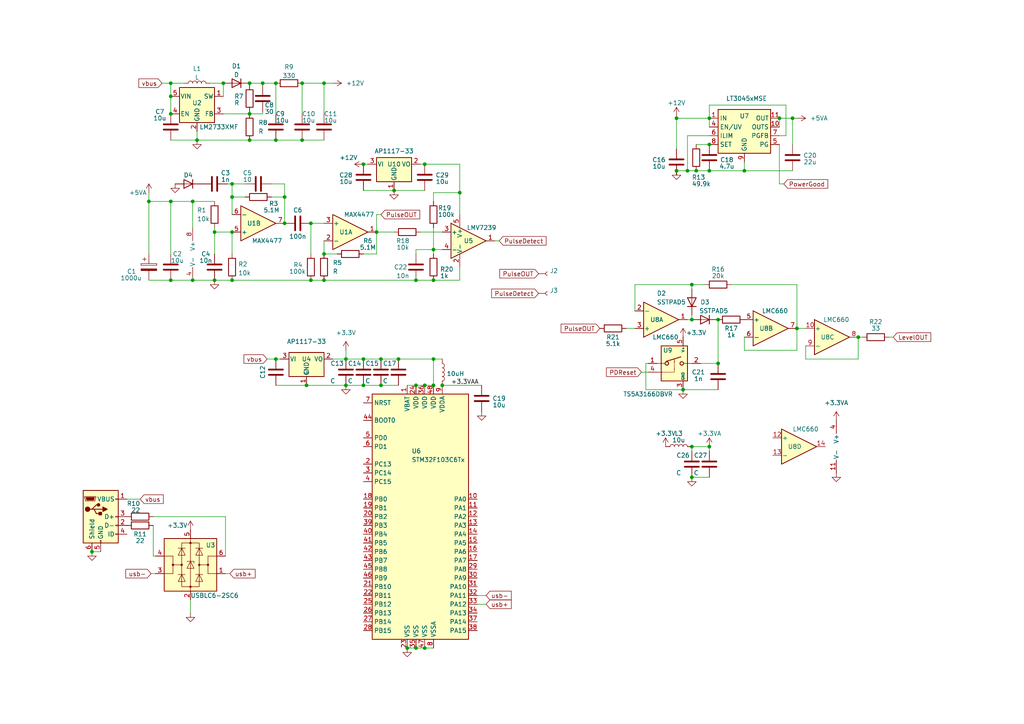
<source format=kicad_sch>
(kicad_sch (version 20211123) (generator eeschema)
  (paper "A4")
  (lib_symbols
    (symbol "Amplifier_Operational:AD8676xR" (pin_names (offset 0.127))
      (property "Reference" "U" (at 2.54 6.35 0))
      (property "Value" "AD8676xR" (at 2.54 3.81 0))
      (symbol "AD8676xR_1_1"
        (pin output line (at 7.62 0 180) (length 2.54) (name "~") (number "1"))
        (pin input line (at -7.62 -2.54 0) (length 2.54) (name "-") (number "2"))
        (pin input line (at -7.62 2.54 0) (length 2.54) (name "+") (number "3"))
      )
      (symbol "AD8676xR_2_1"
        (pin input line (at -7.62 2.54 0) (length 2.54) (name "+") (number "5"))
        (pin input line (at -7.62 -2.54 0) (length 2.54) (name "-") (number "6"))
        (pin output line (at 7.62 0 180) (length 2.54) (name "~") (number "7"))
      )
      (symbol "AD8676xR_3_1"
        (pin power_in line (at 0 -7.62 90) (length 3.81) (name "V-") (number "4"))
        (pin power_in line (at 0 7.62 270) (length 3.81) (name "V+") (number "8"))
      )
    )
    (symbol "Amplifier_Operational:LMC6484" (pin_names (offset 0.127))
      (property "Reference" "U" (at 0 5.08 0))
      (property "Value" "LMC6484" (at 0 -5.08 0))
      (symbol "LMC6484_1_1"
        (pin output line (at 7.62 0 180) (length 2.54) (name "~") (number "1"))
        (pin input line (at -7.62 -2.54 0) (length 2.54) (name "-") (number "2"))
        (pin input line (at -7.62 2.54 0) (length 2.54) (name "+") (number "3"))
      )
      (symbol "LMC6484_2_1"
        (pin input line (at -7.62 2.54 0) (length 2.54) (name "+") (number "5"))
        (pin input line (at -7.62 -2.54 0) (length 2.54) (name "-") (number "6"))
        (pin output line (at 7.62 0 180) (length 2.54) (name "~") (number "7"))
      )
      (symbol "LMC6484_3_1"
        (pin input line (at -7.62 2.54 0) (length 2.54) (name "+") (number "10"))
        (pin output line (at 7.62 0 180) (length 2.54) (name "~") (number "8"))
        (pin input line (at -7.62 -2.54 0) (length 2.54) (name "-") (number "9"))
      )
      (symbol "LMC6484_4_1"
        (pin input line (at -7.62 2.54 0) (length 2.54) (name "+") (number "12"))
        (pin input line (at -7.62 -2.54 0) (length 2.54) (name "-") (number "13"))
        (pin output line (at 7.62 0 180) (length 2.54) (name "~") (number "14"))
      )
      (symbol "LMC6484_5_1"
        (pin power_in line (at -2.54 -7.62 90) (length 3.81) (name "V-") (number "11"))
        (pin power_in line (at -2.54 7.62 270) (length 3.81) (name "V+") (number "4"))
      )
    )
    (symbol "Analog_Switch:TS5A3166DBVR" (pin_names (offset 0.127))
      (property "Reference" "U" (at -3.81 6.35 0))
      (property "Value" "TS5A3166DBVR" (at 3.81 -6.35 0))
      (symbol "TS5A3166DBVR_1_1"
        (pin passive line (at -7.62 0 0) (length 2.54) (name "~") (number "1"))
        (pin passive line (at 7.62 0 180) (length 2.54) (name "~") (number "2"))
        (pin power_in line (at 2.54 -7.62 90) (length 2.54) (name "GND") (number "3"))
        (pin input line (at -7.62 -2.54 0) (length 2.54) (name "~") (number "4"))
        (pin power_in line (at 2.54 7.62 270) (length 2.54) (name "V+") (number "5"))
      )
    )
    (symbol "Comparator:LMV7219M5" (pin_names (offset 0.127))
      (property "Reference" "U" (at -1.27 6.35 0))
      (property "Value" "LMV7219M5" (at -1.27 3.81 0))
      (symbol "LMV7219M5_0_1"
        (pin power_in line (at -2.54 -7.62 90) (length 3.81) (name "V-") (number "2"))
        (pin power_in line (at -2.54 7.62 270) (length 3.81) (name "V+") (number "5"))
      )
      (symbol "LMV7219M5_1_1"
        (pin output line (at 7.62 0 180) (length 2.54) (name "~") (number "1"))
        (pin input line (at -7.62 2.54 0) (length 2.54) (name "+") (number "3"))
        (pin input line (at -7.62 -2.54 0) (length 2.54) (name "-") (number "4"))
      )
    )
    (symbol "Connector:USB_B_Micro" (pin_names (offset 1.016))
      (property "Reference" "J" (at -5.08 11.43 0))
      (property "Value" "USB_B_Micro" (at -5.08 8.89 0))
      (symbol "USB_B_Micro_1_1"
        (pin power_out line (at 7.62 5.08 180) (length 2.54) (name "VBUS") (number "1"))
        (pin bidirectional line (at 7.62 -2.54 180) (length 2.54) (name "D-") (number "2"))
        (pin bidirectional line (at 7.62 0 180) (length 2.54) (name "D+") (number "3"))
        (pin passive line (at 7.62 -5.08 180) (length 2.54) (name "ID") (number "4"))
        (pin power_out line (at 0 -10.16 90) (length 2.54) (name "GND") (number "5"))
        (pin passive line (at -2.54 -10.16 90) (length 2.54) (name "Shield") (number "6"))
      )
    )
    (symbol "Device:C" (pin_numbers hide) (pin_names (offset 0.254))
      (property "Reference" "C" (at 0.635 2.54 0))
      (property "Value" "C" (at 0.635 -2.54 0))
      (symbol "C_1_1"
        (pin passive line (at 0 3.81 270) (length 2.794) (name "~") (number "1"))
        (pin passive line (at 0 -3.81 90) (length 2.794) (name "~") (number "2"))
      )
    )
    (symbol "Device:C_Polarized" (pin_numbers hide) (pin_names (offset 0.254))
      (property "Reference" "C" (at 0.635 2.54 0))
      (property "Value" "C_Polarized" (at 0.635 -2.54 0))
      (symbol "C_Polarized_1_1"
        (pin passive line (at 0 3.81 270) (length 2.794) (name "~") (number "1"))
        (pin passive line (at 0 -3.81 90) (length 2.794) (name "~") (number "2"))
      )
    )
    (symbol "Device:D" (pin_numbers hide) (pin_names (offset 1.016) hide)
      (property "Reference" "D" (at 0 2.54 0))
      (property "Value" "D" (at 0 -2.54 0))
      (symbol "D_1_1"
        (pin passive line (at -3.81 0 0) (length 2.54) (name "K") (number "1"))
        (pin passive line (at 3.81 0 180) (length 2.54) (name "A") (number "2"))
      )
    )
    (symbol "Device:L" (pin_numbers hide) (pin_names (offset 1.016) hide)
      (property "Reference" "L" (at -1.27 0 90))
      (property "Value" "L" (at 1.905 0 90))
      (symbol "L_1_1"
        (pin passive line (at 0 3.81 270) (length 1.27) (name "1") (number "1"))
        (pin passive line (at 0 -3.81 90) (length 1.27) (name "2") (number "2"))
      )
    )
    (symbol "Device:R" (pin_numbers hide) (pin_names (offset 0))
      (property "Reference" "R" (at 2.032 0 90))
      (property "Value" "R" (at 0 0 90))
      (symbol "R_1_1"
        (pin passive line (at 0 3.81 270) (length 1.27) (name "~") (number "1"))
        (pin passive line (at 0 -3.81 90) (length 1.27) (name "~") (number "2"))
      )
    )
    (symbol "MCU_ST_STM32F1:STM32F103C6Tx"
      (property "Reference" "U" (at -15.24 36.83 0))
      (property "Value" "STM32F103C6Tx" (at 7.62 36.83 0))
      (symbol "STM32F103C6Tx_1_1"
        (pin power_in line (at -5.08 38.1 270) (length 2.54) (name "VBAT") (number "1"))
        (pin bidirectional line (at 15.24 5.08 180) (length 2.54) (name "PA0") (number "10"))
        (pin bidirectional line (at 15.24 2.54 180) (length 2.54) (name "PA1") (number "11"))
        (pin bidirectional line (at 15.24 0 180) (length 2.54) (name "PA2") (number "12"))
        (pin bidirectional line (at 15.24 -2.54 180) (length 2.54) (name "PA3") (number "13"))
        (pin bidirectional line (at 15.24 -5.08 180) (length 2.54) (name "PA4") (number "14"))
        (pin bidirectional line (at 15.24 -7.62 180) (length 2.54) (name "PA5") (number "15"))
        (pin bidirectional line (at 15.24 -10.16 180) (length 2.54) (name "PA6") (number "16"))
        (pin bidirectional line (at 15.24 -12.7 180) (length 2.54) (name "PA7") (number "17"))
        (pin bidirectional line (at -17.78 5.08 0) (length 2.54) (name "PB0") (number "18"))
        (pin bidirectional line (at -17.78 2.54 0) (length 2.54) (name "PB1") (number "19"))
        (pin bidirectional line (at -17.78 15.24 0) (length 2.54) (name "PC13") (number "2"))
        (pin bidirectional line (at -17.78 0 0) (length 2.54) (name "PB2") (number "20"))
        (pin bidirectional line (at -17.78 -20.32 0) (length 2.54) (name "PB10") (number "21"))
        (pin bidirectional line (at -17.78 -22.86 0) (length 2.54) (name "PB11") (number "22"))
        (pin power_in line (at -5.08 -38.1 90) (length 2.54) (name "VSS") (number "23"))
        (pin power_in line (at -2.54 38.1 270) (length 2.54) (name "VDD") (number "24"))
        (pin bidirectional line (at -17.78 -25.4 0) (length 2.54) (name "PB12") (number "25"))
        (pin bidirectional line (at -17.78 -27.94 0) (length 2.54) (name "PB13") (number "26"))
        (pin bidirectional line (at -17.78 -30.48 0) (length 2.54) (name "PB14") (number "27"))
        (pin bidirectional line (at -17.78 -33.02 0) (length 2.54) (name "PB15") (number "28"))
        (pin bidirectional line (at 15.24 -15.24 180) (length 2.54) (name "PA8") (number "29"))
        (pin bidirectional line (at -17.78 12.7 0) (length 2.54) (name "PC14") (number "3"))
        (pin bidirectional line (at 15.24 -17.78 180) (length 2.54) (name "PA9") (number "30"))
        (pin bidirectional line (at 15.24 -20.32 180) (length 2.54) (name "PA10") (number "31"))
        (pin bidirectional line (at 15.24 -22.86 180) (length 2.54) (name "PA11") (number "32"))
        (pin bidirectional line (at 15.24 -25.4 180) (length 2.54) (name "PA12") (number "33"))
        (pin bidirectional line (at 15.24 -27.94 180) (length 2.54) (name "PA13") (number "34"))
        (pin power_in line (at -2.54 -38.1 90) (length 2.54) (name "VSS") (number "35"))
        (pin power_in line (at 0 38.1 270) (length 2.54) (name "VDD") (number "36"))
        (pin bidirectional line (at 15.24 -30.48 180) (length 2.54) (name "PA14") (number "37"))
        (pin bidirectional line (at 15.24 -33.02 180) (length 2.54) (name "PA15") (number "38"))
        (pin bidirectional line (at -17.78 -2.54 0) (length 2.54) (name "PB3") (number "39"))
        (pin bidirectional line (at -17.78 10.16 0) (length 2.54) (name "PC15") (number "4"))
        (pin bidirectional line (at -17.78 -5.08 0) (length 2.54) (name "PB4") (number "40"))
        (pin bidirectional line (at -17.78 -7.62 0) (length 2.54) (name "PB5") (number "41"))
        (pin bidirectional line (at -17.78 -10.16 0) (length 2.54) (name "PB6") (number "42"))
        (pin bidirectional line (at -17.78 -12.7 0) (length 2.54) (name "PB7") (number "43"))
        (pin input line (at -17.78 27.94 0) (length 2.54) (name "BOOT0") (number "44"))
        (pin bidirectional line (at -17.78 -15.24 0) (length 2.54) (name "PB8") (number "45"))
        (pin bidirectional line (at -17.78 -17.78 0) (length 2.54) (name "PB9") (number "46"))
        (pin power_in line (at 0 -38.1 90) (length 2.54) (name "VSS") (number "47"))
        (pin power_in line (at 2.54 38.1 270) (length 2.54) (name "VDD") (number "48"))
        (pin input line (at -17.78 22.86 0) (length 2.54) (name "PD0") (number "5"))
        (pin input line (at -17.78 20.32 0) (length 2.54) (name "PD1") (number "6"))
        (pin input line (at -17.78 33.02 0) (length 2.54) (name "NRST") (number "7"))
        (pin power_in line (at 2.54 -38.1 90) (length 2.54) (name "VSSA") (number "8"))
        (pin power_in line (at 5.08 38.1 270) (length 2.54) (name "VDDA") (number "9"))
      )
    )
    (symbol "My-Library:Conn" (pin_numbers hide) (pin_names (offset 1.016) hide)
      (property "Reference" "J" (at 0 2.54 0))
      (property "Value" "Conn" (at 0 -2.54 0))
      (symbol "Conn_1_1"
        (pin passive line (at -2.54 0 0) (length 2.0066) (name "~") (number "1"))
      )
    )
    (symbol "Power_Protection:USBLC6-2SC6" (pin_names hide)
      (property "Reference" "U" (at 2.54 8.89 0))
      (property "Value" "USBLC6-2SC6" (at 2.54 -8.89 0))
      (symbol "USBLC6-2SC6_1_1"
        (pin passive line (at -10.16 -2.54 0) (length 2.54) (name "I/O1") (number "1"))
        (pin passive line (at 0 -10.16 90) (length 2.54) (name "GND") (number "2"))
        (pin passive line (at 10.16 -2.54 180) (length 2.54) (name "I/O2") (number "3"))
        (pin passive line (at 10.16 2.54 180) (length 2.54) (name "I/O2") (number "4"))
        (pin passive line (at 0 10.16 270) (length 2.54) (name "VBUS") (number "5"))
        (pin passive line (at -10.16 2.54 0) (length 2.54) (name "I/O1") (number "6"))
      )
    )
    (symbol "Regulator_Linear:AP1117-33" (pin_names (offset 0.254))
      (property "Reference" "U" (at -3.81 3.175 0))
      (property "Value" "AP1117-33" (at 0 3.175 0))
      (symbol "AP1117-33_1_1"
        (pin power_in line (at 0 -7.62 90) (length 2.54) (name "GND") (number "1"))
        (pin power_out line (at 7.62 0 180) (length 2.54) (name "VO") (number "2"))
        (pin power_in line (at -7.62 0 0) (length 2.54) (name "VI") (number "3"))
      )
    )
    (symbol "Regulator_Linear:LT3045xMSE"
      (property "Reference" "U" (at -6.35 6.35 0))
      (property "Value" "LT3045xMSE" (at 1.27 6.35 0))
      (symbol "LT3045xMSE_1_1"
        (pin power_in line (at -10.16 2.54 0) (length 2.54) (name "IN") (number "1"))
        (pin input line (at 10.16 0 180) (length 2.54) (name "OUTS") (number "10"))
        (pin power_out line (at 10.16 2.54 180) (length 2.54) (name "OUT") (number "11"))
        (pin passive line (at 10.16 2.54 180) (length 2.54) hide (name "OUT") (number "12"))
        (pin passive line (at 0 -10.16 90) (length 2.54) hide (name "GND") (number "13"))
        (pin passive line (at -10.16 2.54 0) (length 2.54) hide (name "IN") (number "2"))
        (pin passive line (at -10.16 2.54 0) (length 2.54) hide (name "IN") (number "3"))
        (pin input line (at -10.16 0 0) (length 2.54) (name "EN/UV") (number "4"))
        (pin open_collector line (at 10.16 -5.08 180) (length 2.54) (name "PG") (number "5"))
        (pin passive line (at -10.16 -2.54 0) (length 2.54) (name "ILIM") (number "6"))
        (pin input line (at 10.16 -2.54 180) (length 2.54) (name "PGFB") (number "7"))
        (pin passive line (at -10.16 -5.08 0) (length 2.54) (name "SET") (number "8"))
        (pin power_in line (at 0 -10.16 90) (length 2.54) (name "GND") (number "9"))
      )
    )
    (symbol "Regulator_Switching:LM2733XMF" (pin_names (offset 0.254))
      (property "Reference" "U" (at -5.08 6.35 0))
      (property "Value" "LM2733XMF" (at 0 6.35 0))
      (symbol "LM2733XMF_1_1"
        (pin output line (at 7.62 2.54 180) (length 2.54) (name "SW") (number "1"))
        (pin power_in line (at 0 -7.62 90) (length 2.54) (name "GND") (number "2"))
        (pin input line (at 7.62 -2.54 180) (length 2.54) (name "FB") (number "3"))
        (pin input line (at -7.62 -2.54 0) (length 2.54) (name "EN") (number "4"))
        (pin input line (at -7.62 2.54 0) (length 2.54) (name "VIN") (number "5"))
      )
    )
    (symbol "Simulation_SPICE:DIODE" (pin_numbers hide) (pin_names (offset 1.016) hide)
      (property "Reference" "D" (at 0 2.54 0))
      (property "Value" "DIODE" (at 0 -2.54 0))
      (symbol "DIODE_1_1"
        (pin passive line (at -3.81 0 0) (length 2.54) (name "A") (number "1"))
        (pin passive line (at 3.81 0 180) (length 2.54) (name "K") (number "2"))
      )
    )
    (symbol "power:+12V" (power) (pin_names (offset 0))
      (property "Value" "+12V" (at 0 3.556 0))
      (symbol "+12V_1_1"
        (pin power_in line (at 0 0 90) (length 0) hide (name "+12V") (number "1"))
      )
    )
    (symbol "power:+3.3V" (power) (pin_names (offset 0))
      (property "Value" "+3.3V" (at 0 3.556 0))
      (symbol "+3.3V_1_1"
        (pin power_in line (at 0 0 90) (length 0) hide (name "+3.3V") (number "1"))
      )
    )
    (symbol "power:+3.3VA" (power) (pin_names (offset 0))
      (property "Value" "+3.3VA" (at 0 3.556 0))
      (symbol "+3.3VA_1_1"
        (pin power_in line (at 0 0 90) (length 0) hide (name "+3.3VA") (number "1"))
      )
    )
    (symbol "power:+5VA" (power) (pin_names (offset 0))
      (property "Value" "+5VA" (at 0 3.556 0))
      (symbol "+5VA_1_1"
        (pin power_in line (at 0 0 90) (length 0) hide (name "+5VA") (number "1"))
      )
    )
    (symbol "power:GND" (power) (pin_names (offset 0))
      (property "Value" "GND" (at 0 -3.81 0))
      (symbol "GND_1_1"
        (pin power_in line (at 0 0 270) (length 0) hide (name "GND") (number "1"))
      )
    )
  )
  (junction (at 198.12 113.03))
  (junction (at 80.01 40.64))
  (junction (at 231.14 95.25))
  (junction (at 55.88 81.28))
  (junction (at 93.98 73.66))
  (junction (at 114.3 55.245))
  (junction (at 205.74 34.29))
  (junction (at 49.53 24.13))
  (junction (at 128.27 111.76))
  (junction (at 205.74 49.53))
  (junction (at 125.73 72.39))
  (junction (at 62.23 67.31))
  (junction (at 196.215 49.53))
  (junction (at 100.33 104.14))
  (junction (at 125.73 104.14))
  (junction (at 200.66 129.54))
  (junction (at 120.65 187.96))
  (junction (at 93.98 81.28))
  (junction (at 72.39 24.13))
  (junction (at 205.74 41.91))
  (junction (at 72.39 40.64))
  (junction (at 82.55 64.77))
  (junction (at 64.77 24.13))
  (junction (at 120.65 111.76))
  (junction (at 200.66 92.71))
  (junction (at 123.19 187.96))
  (junction (at 229.87 34.29))
  (junction (at 109.22 67.31))
  (junction (at 67.31 81.28))
  (junction (at 199.39 49.53))
  (junction (at 49.53 58.42))
  (junction (at 110.49 104.14))
  (junction (at 208.28 105.41))
  (junction (at 215.9 49.53))
  (junction (at 76.2 24.13))
  (junction (at 248.92 97.79))
  (junction (at 26.67 160.02))
  (junction (at 123.19 47.625))
  (junction (at 200.66 138.43))
  (junction (at 125.73 81.28))
  (junction (at 200.66 82.55))
  (junction (at 100.33 111.76))
  (junction (at 205.74 129.54))
  (junction (at 93.98 24.13))
  (junction (at 105.41 104.14))
  (junction (at 226.06 34.29))
  (junction (at 82.55 57.15))
  (junction (at 62.23 81.28))
  (junction (at 49.53 33.02))
  (junction (at 133.35 55.88))
  (junction (at 105.41 111.76))
  (junction (at 88.9 111.76))
  (junction (at 118.11 187.96))
  (junction (at 87.63 40.64))
  (junction (at 55.88 58.42))
  (junction (at 125.73 111.76))
  (junction (at 123.19 111.76))
  (junction (at 120.65 81.28))
  (junction (at 49.53 81.28))
  (junction (at 72.39 33.02))
  (junction (at 90.17 64.77))
  (junction (at 90.17 81.28))
  (junction (at 105.41 47.625))
  (junction (at 43.18 58.42))
  (junction (at 201.93 49.53))
  (junction (at 87.63 24.13))
  (junction (at 110.49 111.76))
  (junction (at 115.57 104.14))
  (junction (at 80.01 104.14))
  (junction (at 80.01 24.13))
  (junction (at 67.31 53.34))
  (junction (at 67.31 57.15))
  (junction (at 57.15 40.64))
  (junction (at 196.215 34.29))
  (junction (at 208.28 92.71))
  (junction (at 49.53 27.94))
  (junction (at 67.31 67.31))
  (wire (pts (xy 55.88 66.04) (xy 55.88 58.42)))
  (wire (pts (xy 93.98 24.13) (xy 96.52 24.13)))
  (wire (pts (xy 87.63 40.64) (xy 93.98 40.64)))
  (wire (pts (xy 226.06 34.29) (xy 229.87 34.29)))
  (wire (pts (xy 36.83 144.78) (xy 40.64 144.78)))
  (wire (pts (xy 72.39 33.02) (xy 64.77 33.02)))
  (wire (pts (xy 212.09 82.55) (xy 231.14 82.55)))
  (wire (pts (xy 200.66 91.44) (xy 200.66 92.71)))
  (wire (pts (xy 201.93 49.53) (xy 205.74 49.53)))
  (wire (pts (xy 227.965 30.48) (xy 205.74 30.48)))
  (wire (pts (xy 96.52 104.14) (xy 100.33 104.14)))
  (wire (pts (xy 200.66 129.54) (xy 205.74 129.54)))
  (wire (pts (xy 196.215 33.655) (xy 196.215 34.29)))
  (wire (pts (xy 215.9 101.6) (xy 231.14 101.6)))
  (wire (pts (xy 67.31 81.28) (xy 90.17 81.28)))
  (wire (pts (xy 203.2 105.41) (xy 208.28 105.41)))
  (wire (pts (xy 87.63 24.13) (xy 87.63 33.02)))
  (wire (pts (xy 90.17 81.28) (xy 93.98 81.28)))
  (wire (pts (xy 43.18 55.88) (xy 43.18 58.42)))
  (wire (pts (xy 133.35 77.47) (xy 133.35 81.28)))
  (wire (pts (xy 120.65 72.39) (xy 125.73 72.39)))
  (wire (pts (xy 125.73 104.14) (xy 128.27 104.14)))
  (wire (pts (xy 125.73 55.88) (xy 125.73 58.42)))
  (wire (pts (xy 65.405 149.86) (xy 65.405 161.29)))
  (wire (pts (xy 200.66 138.43) (xy 205.74 138.43)))
  (wire (pts (xy 62.23 67.31) (xy 62.23 73.66)))
  (wire (pts (xy 80.01 24.13) (xy 80.01 33.02)))
  (wire (pts (xy 105.41 55.245) (xy 114.3 55.245)))
  (wire (pts (xy 64.77 24.13) (xy 60.96 24.13)))
  (wire (pts (xy 196.215 34.29) (xy 196.215 43.18)))
  (wire (pts (xy 184.15 82.55) (xy 200.66 82.55)))
  (wire (pts (xy 199.39 49.53) (xy 201.93 49.53)))
  (wire (pts (xy 133.35 62.23) (xy 133.35 55.88)))
  (wire (pts (xy 55.245 173.99) (xy 55.245 177.8)))
  (wire (pts (xy 55.88 81.28) (xy 62.23 81.28)))
  (wire (pts (xy 186.055 107.95) (xy 187.96 107.95)))
  (wire (pts (xy 215.9 97.79) (xy 215.9 101.6)))
  (wire (pts (xy 128.27 111.76) (xy 139.7 111.76)))
  (wire (pts (xy 248.92 97.79) (xy 250.19 97.79)))
  (wire (pts (xy 67.31 53.34) (xy 71.12 53.34)))
  (wire (pts (xy 90.17 64.77) (xy 90.17 73.66)))
  (wire (pts (xy 43.815 166.37) (xy 45.085 166.37)))
  (wire (pts (xy 198.12 113.03) (xy 208.28 113.03)))
  (wire (pts (xy 105.41 104.14) (xy 110.49 104.14)))
  (wire (pts (xy 118.11 111.76) (xy 120.65 111.76)))
  (wire (pts (xy 62.23 66.04) (xy 62.23 67.31)))
  (wire (pts (xy 44.45 152.4) (xy 44.45 161.29)))
  (wire (pts (xy 80.01 40.64) (xy 87.63 40.64)))
  (wire (pts (xy 120.65 72.39) (xy 120.65 73.66)))
  (wire (pts (xy 125.73 66.04) (xy 125.73 72.39)))
  (wire (pts (xy 93.98 81.28) (xy 120.65 81.28)))
  (wire (pts (xy 78.74 53.34) (xy 82.55 53.34)))
  (wire (pts (xy 93.98 33.02) (xy 93.98 24.13)))
  (wire (pts (xy 114.3 55.245) (xy 123.19 55.245)))
  (wire (pts (xy 93.98 73.66) (xy 97.79 73.66)))
  (wire (pts (xy 77.47 104.14) (xy 80.01 104.14)))
  (wire (pts (xy 125.73 72.39) (xy 128.27 72.39)))
  (wire (pts (xy 200.66 82.55) (xy 204.47 82.55)))
  (wire (pts (xy 143.51 69.85) (xy 144.78 69.85)))
  (wire (pts (xy 233.68 104.14) (xy 248.92 104.14)))
  (wire (pts (xy 110.49 104.14) (xy 115.57 104.14)))
  (wire (pts (xy 82.55 57.15) (xy 82.55 64.77)))
  (wire (pts (xy 123.19 47.625) (xy 121.92 47.625)))
  (wire (pts (xy 227.965 39.37) (xy 227.965 30.48)))
  (wire (pts (xy 248.92 97.79) (xy 248.92 104.14)))
  (wire (pts (xy 93.98 24.13) (xy 87.63 24.13)))
  (wire (pts (xy 43.18 73.66) (xy 43.18 58.42)))
  (wire (pts (xy 76.2 24.765) (xy 76.2 24.13)))
  (wire (pts (xy 109.22 67.31) (xy 114.3 67.31)))
  (wire (pts (xy 105.41 47.625) (xy 106.68 47.625)))
  (wire (pts (xy 226.06 53.34) (xy 227.33 53.34)))
  (wire (pts (xy 231.14 101.6) (xy 231.14 95.25)))
  (wire (pts (xy 49.53 27.94) (xy 49.53 33.02)))
  (wire (pts (xy 205.74 34.29) (xy 205.74 36.83)))
  (wire (pts (xy 115.57 104.14) (xy 125.73 104.14)))
  (wire (pts (xy 109.22 62.23) (xy 109.22 67.31)))
  (wire (pts (xy 90.17 64.77) (xy 93.98 64.77)))
  (wire (pts (xy 233.68 100.33) (xy 233.68 104.14)))
  (wire (pts (xy 49.53 58.42) (xy 55.88 58.42)))
  (wire (pts (xy 187.325 105.41) (xy 187.325 113.03)))
  (wire (pts (xy 187.325 113.03) (xy 198.12 113.03)))
  (wire (pts (xy 67.31 62.23) (xy 67.31 57.15)))
  (wire (pts (xy 82.55 53.34) (xy 82.55 57.15)))
  (wire (pts (xy 64.77 27.94) (xy 64.77 24.13)))
  (wire (pts (xy 49.53 81.28) (xy 55.88 81.28)))
  (wire (pts (xy 215.9 46.99) (xy 215.9 49.53)))
  (wire (pts (xy 110.49 111.76) (xy 115.57 111.76)))
  (wire (pts (xy 205.74 30.48) (xy 205.74 34.29)))
  (wire (pts (xy 226.06 41.91) (xy 226.06 53.34)))
  (wire (pts (xy 49.53 58.42) (xy 49.53 73.66)))
  (wire (pts (xy 231.14 95.25) (xy 233.68 95.25)))
  (wire (pts (xy 76.2 32.385) (xy 76.2 33.02)))
  (wire (pts (xy 215.9 49.53) (xy 229.87 49.53)))
  (wire (pts (xy 133.35 81.28) (xy 125.73 81.28)))
  (wire (pts (xy 57.15 38.1) (xy 57.15 40.64)))
  (wire (pts (xy 46.99 24.13) (xy 49.53 24.13)))
  (wire (pts (xy 133.35 55.88) (xy 125.73 55.88)))
  (wire (pts (xy 120.65 111.76) (xy 123.19 111.76)))
  (wire (pts (xy 138.43 172.72) (xy 140.97 172.72)))
  (wire (pts (xy 72.39 32.385) (xy 72.39 33.02)))
  (wire (pts (xy 93.98 69.85) (xy 93.98 73.66)))
  (wire (pts (xy 67.31 67.31) (xy 67.31 73.66)))
  (wire (pts (xy 49.53 27.94) (xy 49.53 24.13)))
  (wire (pts (xy 62.23 81.28) (xy 67.31 81.28)))
  (wire (pts (xy 226.06 39.37) (xy 227.965 39.37)))
  (wire (pts (xy 125.73 81.28) (xy 120.65 81.28)))
  (wire (pts (xy 229.87 34.29) (xy 231.14 34.29)))
  (wire (pts (xy 65.405 166.37) (xy 66.675 166.37)))
  (wire (pts (xy 67.31 57.15) (xy 71.12 57.15)))
  (wire (pts (xy 80.01 104.14) (xy 81.28 104.14)))
  (wire (pts (xy 57.15 40.64) (xy 72.39 40.64)))
  (wire (pts (xy 123.19 111.76) (xy 125.73 111.76)))
  (wire (pts (xy 109.22 67.31) (xy 109.22 73.66)))
  (wire (pts (xy 76.2 24.13) (xy 80.01 24.13)))
  (wire (pts (xy 199.39 39.37) (xy 199.39 49.53)))
  (wire (pts (xy 49.53 24.13) (xy 53.34 24.13)))
  (wire (pts (xy 78.74 57.15) (xy 82.55 57.15)))
  (wire (pts (xy 49.53 40.64) (xy 57.15 40.64)))
  (wire (pts (xy 205.74 39.37) (xy 199.39 39.37)))
  (wire (pts (xy 88.9 111.76) (xy 100.33 111.76)))
  (wire (pts (xy 215.9 49.53) (xy 205.74 49.53)))
  (wire (pts (xy 66.04 53.34) (xy 67.31 53.34)))
  (wire (pts (xy 125.73 104.14) (xy 125.73 111.76)))
  (wire (pts (xy 205.74 129.54) (xy 205.74 130.81)))
  (wire (pts (xy 43.18 58.42) (xy 49.53 58.42)))
  (wire (pts (xy 26.67 160.02) (xy 29.21 160.02)))
  (wire (pts (xy 196.215 49.53) (xy 199.39 49.53)))
  (wire (pts (xy 110.49 62.23) (xy 109.22 62.23)))
  (wire (pts (xy 67.31 57.15) (xy 67.31 53.34)))
  (wire (pts (xy 123.19 47.625) (xy 133.35 47.625)))
  (wire (pts (xy 200.66 82.55) (xy 200.66 83.82)))
  (wire (pts (xy 200.66 129.54) (xy 200.66 130.81)))
  (wire (pts (xy 123.19 187.96) (xy 125.73 187.96)))
  (wire (pts (xy 121.92 67.31) (xy 128.27 67.31)))
  (wire (pts (xy 62.23 67.31) (xy 67.31 67.31)))
  (wire (pts (xy 44.45 149.86) (xy 65.405 149.86)))
  (wire (pts (xy 43.18 81.28) (xy 49.53 81.28)))
  (wire (pts (xy 187.96 105.41) (xy 187.325 105.41)))
  (wire (pts (xy 120.65 187.96) (xy 123.19 187.96)))
  (wire (pts (xy 80.01 111.76) (xy 88.9 111.76)))
  (wire (pts (xy 72.39 40.64) (xy 80.01 40.64)))
  (wire (pts (xy 229.87 34.29) (xy 229.87 41.91)))
  (wire (pts (xy 231.14 82.55) (xy 231.14 95.25)))
  (wire (pts (xy 199.39 92.71) (xy 200.66 92.71)))
  (wire (pts (xy 184.15 82.55) (xy 184.15 90.17)))
  (wire (pts (xy 138.43 175.26) (xy 140.97 175.26)))
  (wire (pts (xy 196.215 34.29) (xy 205.74 34.29)))
  (wire (pts (xy 201.93 41.91) (xy 205.74 41.91)))
  (wire (pts (xy 72.39 24.765) (xy 72.39 24.13)))
  (wire (pts (xy 76.2 33.02) (xy 72.39 33.02)))
  (wire (pts (xy 55.88 58.42) (xy 62.23 58.42)))
  (wire (pts (xy 72.39 24.13) (xy 76.2 24.13)))
  (wire (pts (xy 181.61 95.25) (xy 184.15 95.25)))
  (wire (pts (xy 100.33 104.14) (xy 105.41 104.14)))
  (wire (pts (xy 44.45 161.29) (xy 45.085 161.29)))
  (wire (pts (xy 257.81 97.79) (xy 259.08 97.79)))
  (wire (pts (xy 100.33 101.6) (xy 100.33 104.14)))
  (wire (pts (xy 100.33 111.76) (xy 105.41 111.76)))
  (wire (pts (xy 105.41 73.66) (xy 109.22 73.66)))
  (wire (pts (xy 133.35 47.625) (xy 133.35 55.88)))
  (wire (pts (xy 226.06 34.29) (xy 226.06 36.83)))
  (wire (pts (xy 105.41 111.76) (xy 110.49 111.76)))
  (wire (pts (xy 196.215 49.53) (xy 196.215 50.8)))
  (wire (pts (xy 125.73 72.39) (xy 125.73 73.66)))
  (wire (pts (xy 118.11 187.96) (xy 120.65 187.96)))
  (wire (pts (xy 208.28 92.71) (xy 208.28 105.41)))
  (label "+3.3VAA" (at 130.81 111.76 0))
  (global_label "vbus" (shape input) (at 46.99 24.13 180) (property "Обозначения листов" "${INTERSHEET_REFS}" (effects hide)))
  (global_label "usb+" (shape input) (at 66.675 166.37 0) (property "Обозначения листов" "${INTERSHEET_REFS}" (effects hide)))
  (global_label "usb-" (shape input) (at 43.815 166.37 180) (property "Обозначения листов" "${INTERSHEET_REFS}" (effects hide)))
  (global_label "vbus" (shape input) (at 40.64 144.78 0) (property "Обозначения листов" "${INTERSHEET_REFS}" (effects hide)))
  (global_label "PDReset" (shape input) (at 186.055 107.95 180) (property "Обозначения листов" "${INTERSHEET_REFS}" (effects hide)))
  (global_label "PulseOUT" (shape input) (at 110.49 62.23 0) (property "Обозначения листов" "${INTERSHEET_REFS}" (effects hide)))
  (global_label "usb+" (shape input) (at 140.97 175.26 0) (property "Обозначения листов" "${INTERSHEET_REFS}" (effects hide)))
  (global_label "LevelOUT" (shape input) (at 259.08 97.79 0) (property "Обозначения листов" "${INTERSHEET_REFS}" (effects hide)))
  (global_label "vbus" (shape input) (at 77.47 104.14 180) (property "Обозначения листов" "${INTERSHEET_REFS}" (effects hide)))
  (global_label "PulseOUT" (shape input) (at 173.99 95.25 180) (property "Обозначения листов" "${INTERSHEET_REFS}" (effects hide)))
  (global_label "PulseDetect" (shape input) (at 144.78 69.85 0) (property "Обозначения листов" "${INTERSHEET_REFS}" (effects hide)))
  (global_label "PowerGood" (shape input) (at 227.33 53.34 0) (property "Обозначения листов" "${INTERSHEET_REFS}" (effects hide)))
  (global_label "usb-" (shape input) (at 140.97 172.72 0) (property "Обозначения листов" "${INTERSHEET_REFS}" (effects hide)))
  (global_label "PulseOUT" (shape input) (at 156.21 79.375 180) (property "Обозначения листов" "${INTERSHEET_REFS}" (effects hide)))
  (global_label "PulseDetect" (shape input) (at 156.21 85.09 180) (property "Обозначения листов" "${INTERSHEET_REFS}" (effects hide)))
  (symbol (lib_id "Device:C") (at 87.63 36.83 180) (unit 1)
    (property "Reference" "C10" (at 89.535 33.02 0))
    (property "Value" "10u" (at 89.535 34.925 0))
    (property "Footprint" "Capacitor_SMD:C_0805_2012Metric" (effects hide))
  )
  (symbol (lib_id "Device:R") (at 72.39 36.83 0) (unit 1)
    (property "Reference" "R8" (at 74.93 35.5599 0) (effects (justify left)))
    (property "Value" "R" (at 74.93 38.0999 0) (effects (justify left)))
    (property "Footprint" "Resistor_SMD:R_0603_1608Metric" (effects hide))
  )
  (symbol (lib_id "Device:C") (at 196.215 46.99 180) (unit 1)
    (property "Reference" "C16" (at 191.135 46.355 0))
    (property "Value" "10u" (at 191.135 48.26 0))
    (property "Footprint" "Capacitor_SMD:C_0603_1608Metric" (effects hide))
  )
  (symbol (lib_id "Device:C") (at 110.49 107.95 180) (unit 1)
    (property "Reference" "C15" (at 107.95 105.41 0))
    (property "Value" "C" (at 106.68 110.49 0))
    (property "Footprint" "Capacitor_SMD:C_0603_1608Metric" (effects hide))
  )
  (symbol (lib_id "Device:C") (at 80.01 36.83 180) (unit 1)
    (property "Reference" "C9" (at 81.28 33.02 0))
    (property "Value" "10u" (at 81.915 34.925 0))
    (property "Footprint" "Capacitor_SMD:C_0805_2012Metric" (effects hide))
  )
  (symbol (lib_id "Device:R") (at 212.09 92.71 90) (unit 1)
    (property "Reference" "R17" (at 212.09 95.25 90))
    (property "Value" "1k" (at 212.09 97.155 90))
    (property "Footprint" "Resistor_SMD:R_0603_1608Metric" (effects hide))
  )
  (symbol (lib_id "Device:R") (at 101.6 73.66 90) (unit 1)
    (property "Reference" "R6" (at 106.68 69.85 90))
    (property "Value" "5.1M" (at 106.68 71.755 90))
    (property "Footprint" "Resistor_SMD:R_0603_1608Metric" (effects hide))
  )
  (symbol (lib_id "power:GND") (at 242.57 137.16 0) (unit 1)
    (property "Reference" "#PWR0112" (effects hide))
    (property "Value" "GND" (effects hide))
  )
  (symbol (lib_id "Amplifier_Operational:AD8676xR") (at 55.88 73.66 0) (unit 3)
    (property "Reference" "U1" (effects hide))
    (property "Value" "MAX4477" (effects hide))
    (property "Footprint" "Package_SO:SSOP-8_2.95x2.8mm_P0.65mm" (effects hide))
    (property "Datasheet" "https://www.analog.com/media/en/technical-documentation/data-sheets/AD8676.pdf" (effects hide))
  )
  (symbol (lib_id "My-Library:Conn") (at 158.75 79.375 0) (unit 1)
    (property "Reference" "J2" (at 159.4612 78.5403 0) (effects (justify left)))
    (property "Value" "Conn" (effects hide))
    (property "Footprint" "My-library:SMD-CONN" (effects hide))
  )
  (symbol (lib_id "Device:C") (at 208.28 109.22 180) (unit 1)
    (property "Reference" "C21" (at 202.565 107.95 0))
    (property "Value" "1n" (at 202.565 109.855 0))
    (property "Footprint" "Capacitor_SMD:C_0603_1608Metric" (effects hide))
  )
  (symbol (lib_id "Device:R") (at 125.73 62.23 0) (unit 1)
    (property "Reference" "R19" (at 127 60.325 0) (effects (justify left)))
    (property "Value" "100k" (at 127 62.23 0) (effects (justify left)))
    (property "Footprint" "Resistor_SMD:R_0603_1608Metric" (effects hide))
  )
  (symbol (lib_id "Device:R") (at 40.64 152.4 90) (unit 1)
    (property "Reference" "R11" (at 40.64 154.94 90))
    (property "Value" "22" (at 40.64 156.845 90))
    (property "Footprint" "Resistor_SMD:R_0603_1608Metric" (effects hide))
  )
  (symbol (lib_id "Amplifier_Operational:LMC6484") (at 191.77 92.71 0) (mirror x) (unit 1)
    (property "Reference" "U8" (at 190.5 92.71 0))
    (property "Value" "LMC660" (at 193.04 97.79 0))
    (property "Footprint" "Package_SO:SOIC-14_3.9x8.7mm_P1.27mm" (effects hide))
    (property "Datasheet" "http://www.ti.com/lit/ds/symlink/lmc6484.pdf" (effects hide))
  )
  (symbol (lib_id "Device:R") (at 74.93 57.15 90) (unit 1)
    (property "Reference" "R3" (at 79.375 59.055 90))
    (property "Value" "5.1M" (at 78.74 60.96 90))
    (property "Footprint" "Resistor_SMD:R_0603_1608Metric" (effects hide))
  )
  (symbol (lib_id "Power_Protection:USBLC6-2SC6") (at 55.245 163.83 0) (mirror y) (unit 1)
    (property "Reference" "U3" (at 59.69 158.115 0) (effects (justify right)))
    (property "Value" "USBLC6-2SC6" (at 55.245 172.72 0) (effects (justify right)))
    (property "Footprint" "Package_TO_SOT_SMD:SOT-23-6" (effects hide))
    (property "Datasheet" "https://www.st.com/resource/en/datasheet/usblc6-2.pdf" (effects hide))
  )
  (symbol (lib_id "Device:C") (at 115.57 107.95 180) (unit 1)
    (property "Reference" "C17" (at 113.03 105.41 0))
    (property "Value" "C" (at 111.76 110.49 0))
    (property "Footprint" "Capacitor_SMD:C_0603_1608Metric" (effects hide))
  )
  (symbol (lib_id "Comparator:LMV7219M5") (at 135.89 69.85 0) (unit 1)
    (property "Reference" "U5" (at 135.89 69.85 0))
    (property "Value" "LMV7239" (at 139.7 66.04 0))
    (property "Footprint" "Package_TO_SOT_SMD:SOT-23-5" (effects hide))
    (property "Datasheet" "https://www.ti.com/lit/ds/symlink/lmv7219.pdf" (effects hide))
  )
  (symbol (lib_id "Regulator_Linear:LT3045xMSE") (at 215.9 36.83 0) (unit 1)
    (property "Reference" "U7" (at 215.9 33.655 0))
    (property "Value" "LT3045xMSE" (at 216.535 28.575 0))
    (property "Footprint" "Package_SO:MSOP-12-1EP_3x4mm_P0.65mm_EP1.65x2.85mm" (effects hide))
    (property "Datasheet" "https://www.analog.com/media/en/technical-documentation/data-sheets/3045fa.pdf" (effects hide))
  )
  (symbol (lib_id "Regulator_Switching:LM2733XMF") (at 57.15 30.48 0) (unit 1)
    (property "Reference" "U2" (at 57.15 29.845 0))
    (property "Value" "LM2733XMF" (at 63.5 36.83 0))
    (property "Footprint" "Package_TO_SOT_SMD:SOT-23-5" (effects hide))
    (property "Datasheet" "http://www.ti.com/lit/ds/symlink/lm2733.pdf" (effects hide))
  )
  (symbol (lib_id "Device:C") (at 49.53 36.83 180) (unit 1)
    (property "Reference" "C7" (at 46.355 32.385 0))
    (property "Value" "10u" (at 46.355 34.29 0))
    (property "Footprint" "Capacitor_SMD:C_0805_2012Metric" (effects hide))
  )
  (symbol (lib_id "Device:C") (at 105.41 107.95 180) (unit 1)
    (property "Reference" "C14" (at 102.87 105.41 0))
    (property "Value" "C" (at 101.6 110.49 0))
    (property "Footprint" "Capacitor_SMD:C_0603_1608Metric" (effects hide))
  )
  (symbol (lib_id "Device:C") (at 229.87 45.72 180) (unit 1)
    (property "Reference" "C20" (at 234.95 45.085 0))
    (property "Value" "22u" (at 234.95 46.99 0))
    (property "Footprint" "Capacitor_SMD:C_0603_1608Metric" (effects hide))
  )
  (symbol (lib_id "power:+5VA") (at 231.14 34.29 270) (unit 1)
    (property "Reference" "#PWR0109" (effects hide))
    (property "Value" "+5VA" (at 234.95 34.2899 90) (effects (justify left)))
  )
  (symbol (lib_id "Amplifier_Operational:LMC6484") (at 241.3 97.79 0) (unit 3)
    (property "Reference" "U8" (at 240.03 97.79 0))
    (property "Value" "LMC660" (at 242.57 92.71 0))
    (property "Footprint" "Package_SO:SOIC-14_3.9x8.7mm_P1.27mm" (effects hide))
    (property "Datasheet" "http://www.ti.com/lit/ds/symlink/lmc6484.pdf" (effects hide))
  )
  (symbol (lib_id "power:+3.3VA") (at 205.74 129.54 0) (unit 1)
    (property "Reference" "#PWR0107" (effects hide))
    (property "Value" "+3.3VA" (at 205.74 125.73 0))
  )
  (symbol (lib_id "Amplifier_Operational:LMC6484") (at 245.11 129.54 0) (unit 5)
    (property "Reference" "U8" (effects hide))
    (property "Value" "LMC660" (effects hide))
    (property "Footprint" "Package_SO:SOIC-14_3.9x8.7mm_P1.27mm" (effects hide))
    (property "Datasheet" "http://www.ti.com/lit/ds/symlink/lmc6484.pdf" (effects hide))
  )
  (symbol (lib_id "Device:C") (at 120.65 77.47 180) (unit 1)
    (property "Reference" "C22" (at 116.205 77.47 0))
    (property "Value" "10n" (at 116.84 80.01 0))
    (property "Footprint" "Capacitor_SMD:C_0603_1608Metric" (effects hide))
  )
  (symbol (lib_id "Device:R") (at 208.28 82.55 90) (unit 1)
    (property "Reference" "R16" (at 208.28 78.105 90))
    (property "Value" "20k" (at 208.28 80.01 90))
    (property "Footprint" "Resistor_SMD:R_0603_1608Metric" (effects hide))
  )
  (symbol (lib_id "Amplifier_Operational:LMC6484") (at 223.52 95.25 0) (unit 2)
    (property "Reference" "U8" (at 222.25 95.25 0))
    (property "Value" "LMC660" (at 224.79 90.17 0))
    (property "Footprint" "Package_SO:SOIC-14_3.9x8.7mm_P1.27mm" (effects hide))
    (property "Datasheet" "http://www.ti.com/lit/ds/symlink/lmc6484.pdf" (effects hide))
  )
  (symbol (lib_id "Device:C") (at 74.93 53.34 90) (unit 1)
    (property "Reference" "C5" (at 71.755 50.165 90))
    (property "Value" "10" (at 71.755 52.07 90))
    (property "Footprint" "Capacitor_SMD:C_0603_1608Metric" (effects hide))
  )
  (symbol (lib_id "Device:R") (at 93.98 77.47 0) (unit 1)
    (property "Reference" "R5" (at 96.52 76.1999 0) (effects (justify left)))
    (property "Value" "R" (at 96.52 78.7399 0) (effects (justify left)))
    (property "Footprint" "Resistor_SMD:R_0603_1608Metric" (effects hide))
  )
  (symbol (lib_id "Device:C") (at 62.23 53.34 90) (unit 1)
    (property "Reference" "C3" (at 65.405 50.165 90))
    (property "Value" "1n" (at 65.405 52.07 90))
    (property "Footprint" "Capacitor_SMD:C_0603_1608Metric" (effects hide))
  )
  (symbol (lib_id "Device:L") (at 57.15 24.13 90) (unit 1)
    (property "Reference" "L1" (at 57.15 19.9222 90))
    (property "Value" "L" (at 57.15 22.4591 90))
    (property "Footprint" "Inductor_SMD:L_1812_4532Metric" (effects hide))
  )
  (symbol (lib_id "power:+12V") (at 105.41 47.625 90) (unit 1)
    (property "Reference" "#PWR011" (effects hide))
    (property "Value" "+12V" (at 98.425 45.72 90) (effects (justify right)))
  )
  (symbol (lib_id "Device:C") (at 76.2 28.575 180) (unit 1)
    (property "Reference" "C8" (at 78.105 30.48 0))
    (property "Value" "30" (at 78.105 32.385 0))
    (property "Footprint" "Capacitor_SMD:C_0603_1608Metric" (effects hide))
  )
  (symbol (lib_id "power:GND") (at 55.245 177.8 0) (unit 1)
    (property "Reference" "#PWR04" (effects hide))
    (property "Value" "GND" (effects hide))
  )
  (symbol (lib_id "Amplifier_Operational:AD8676xR") (at 74.93 64.77 0) (mirror x) (unit 2)
    (property "Reference" "U1" (at 73.66 64.77 0))
    (property "Value" "MAX4477" (at 77.47 69.85 0))
    (property "Footprint" "Package_SO:SSOP-8_2.95x2.8mm_P0.65mm" (effects hide))
    (property "Datasheet" "https://www.analog.com/media/en/technical-documentation/data-sheets/AD8676.pdf" (effects hide))
  )
  (symbol (lib_id "power:GND") (at 26.67 160.02 0) (unit 1)
    (property "Reference" "#PWR03" (effects hide))
    (property "Value" "GND" (effects hide))
  )
  (symbol (lib_id "MCU_ST_STM32F1:STM32F103C6Tx") (at 123.19 149.86 0) (unit 1)
    (property "Reference" "U6" (at 119.38 130.81 0) (effects (justify left)))
    (property "Value" "STM32F103C6Tx" (at 119.38 133.35 0) (effects (justify left)))
    (property "Footprint" "Package_QFP:LQFP-48_7x7mm_P0.5mm" (effects hide))
    (property "Datasheet" "http://www.st.com/st-web-ui/static/active/en/resource/technical/document/datasheet/CD00210843.pdf" (effects hide))
  )
  (symbol (lib_id "My-Library:Conn") (at 158.75 85.09 0) (unit 1)
    (property "Reference" "J3" (at 159.4612 84.2553 0) (effects (justify left)))
    (property "Value" "Conn" (effects hide))
    (property "Footprint" "My-library:SMD-CONN" (effects hide))
  )
  (symbol (lib_id "power:+12V") (at 196.215 33.655 0) (unit 1)
    (property "Reference" "#PWR0110" (effects hide))
    (property "Value" "+12V" (at 196.215 29.845 0))
  )
  (symbol (lib_id "power:+3.3V") (at 193.04 129.54 0) (unit 1)
    (property "Reference" "#PWR0106" (effects hide))
    (property "Value" "+3.3V" (at 193.04 125.73 0))
  )
  (symbol (lib_id "Device:R") (at 67.31 77.47 0) (unit 1)
    (property "Reference" "R2" (at 69.088 76.6353 0) (effects (justify left)))
    (property "Value" "10k" (at 69.088 79.1722 0) (effects (justify left)))
    (property "Footprint" "Resistor_SMD:R_0603_1608Metric" (effects hide))
  )
  (symbol (lib_id "Device:R") (at 83.82 24.13 90) (unit 1)
    (property "Reference" "R9" (at 83.82 19.4142 90))
    (property "Value" "330" (at 83.82 21.9511 90))
    (property "Footprint" "Resistor_SMD:R_0603_1608Metric" (effects hide))
  )
  (symbol (lib_id "power:+3.3VA") (at 242.57 121.92 0) (unit 1)
    (property "Reference" "#PWR0113" (effects hide))
    (property "Value" "+3.3VA" (at 242.57 116.84 0))
  )
  (symbol (lib_id "Amplifier_Operational:AD8676xR") (at 101.6 67.31 0) (unit 1)
    (property "Reference" "U1" (at 100.33 67.31 0))
    (property "Value" "MAX4477" (at 104.14 62.23 0))
    (property "Footprint" "Package_SO:SSOP-8_2.95x2.8mm_P0.65mm" (effects hide))
    (property "Datasheet" "https://www.analog.com/media/en/technical-documentation/data-sheets/AD8676.pdf" (effects hide))
  )
  (symbol (lib_id "power:+5VA") (at 43.18 55.88 0) (unit 1)
    (property "Reference" "#PWR0103" (effects hide))
    (property "Value" "+5VA" (at 40.005 55.88 0))
  )
  (symbol (lib_id "Device:R") (at 201.93 45.72 0) (unit 1)
    (property "Reference" "R13" (at 200.66 51.435 0) (effects (justify left)))
    (property "Value" "49.9k" (at 200.66 53.34 0) (effects (justify left)))
    (property "Footprint" "Resistor_SMD:R_0603_1608Metric" (effects hide))
  )
  (symbol (lib_id "power:GND") (at 118.11 187.96 0) (unit 1)
    (property "Reference" "#PWR07" (effects hide))
    (property "Value" "GND" (effects hide))
  )
  (symbol (lib_id "Device:R") (at 177.8 95.25 90) (unit 1)
    (property "Reference" "R21" (at 177.8 97.79 90))
    (property "Value" "5.1k" (at 177.8 99.695 90))
    (property "Footprint" "Resistor_SMD:R_0603_1608Metric" (effects hide))
  )
  (symbol (lib_id "power:+12V") (at 96.52 24.13 270) (unit 1)
    (property "Reference" "#PWR0102" (effects hide))
    (property "Value" "+12V" (at 100.33 24.1299 90) (effects (justify left)))
  )
  (symbol (lib_id "Device:C") (at 49.53 77.47 180) (unit 1)
    (property "Reference" "C2" (at 51.435 73.66 0))
    (property "Value" "10u" (at 51.435 75.565 0))
    (property "Footprint" "Capacitor_SMD:C_0603_1608Metric" (effects hide))
  )
  (symbol (lib_id "power:+3.3V") (at 198.12 97.79 0) (unit 1)
    (property "Reference" "#PWR0111" (effects hide))
    (property "Value" "+3.3V" (at 201.93 96.52 0))
  )
  (symbol (lib_id "Device:R") (at 118.11 67.31 90) (unit 1)
    (property "Reference" "R18" (at 116.84 69.85 90))
    (property "Value" "10k" (at 116.84 71.755 90))
    (property "Footprint" "Resistor_SMD:R_0603_1608Metric" (effects hide))
  )
  (symbol (lib_id "power:GND") (at 57.15 40.64 0) (unit 1)
    (property "Reference" "#PWR02" (effects hide))
    (property "Value" "GND" (effects hide))
  )
  (symbol (lib_id "Device:L") (at 196.85 129.54 90) (unit 1)
    (property "Reference" "L3" (at 196.85 125.73 90))
    (property "Value" "10u" (at 196.85 127.635 90))
    (property "Footprint" "Inductor_SMD:L_0805_2012Metric" (effects hide))
  )
  (symbol (lib_id "power:GND") (at 50.8 53.34 0) (unit 1)
    (property "Reference" "#PWR010" (effects hide))
    (property "Value" "GND" (effects hide))
  )
  (symbol (lib_id "Device:C") (at 100.33 107.95 180) (unit 1)
    (property "Reference" "C13" (at 97.79 105.41 0))
    (property "Value" "C" (at 96.52 110.49 0))
    (property "Footprint" "Capacitor_SMD:C_0603_1608Metric" (effects hide))
  )
  (symbol (lib_id "Device:C") (at 200.66 134.62 180) (unit 1)
    (property "Reference" "C26" (at 198.12 132.08 0))
    (property "Value" "C" (at 196.85 137.16 0))
    (property "Footprint" "Capacitor_SMD:C_0603_1608Metric" (effects hide))
  )
  (symbol (lib_id "Device:D") (at 204.47 92.71 180) (unit 1)
    (property "Reference" "D3" (at 204.47 87.63 0))
    (property "Value" "SSTPAD5" (at 207.01 90.17 0))
    (property "Footprint" "Diode_SMD:D_SOD-123" (effects hide))
  )
  (symbol (lib_id "power:GND") (at 114.3 55.245 0) (unit 1)
    (property "Reference" "#PWR012" (effects hide))
    (property "Value" "GND" (effects hide))
  )
  (symbol (lib_id "Device:R") (at 72.39 28.575 0) (unit 1)
    (property "Reference" "R7" (at 67.945 27.94 0) (effects (justify left)))
    (property "Value" "R" (at 67.945 29.845 0) (effects (justify left)))
    (property "Footprint" "Resistor_SMD:R_0603_1608Metric" (effects hide))
  )
  (symbol (lib_id "Device:D") (at 68.58 24.13 180) (unit 1)
    (property "Reference" "D1" (at 68.58 19.1602 0))
    (property "Value" "D" (at 68.58 21.6971 0))
    (property "Footprint" "Diode_SMD:D_SOD-123" (effects hide))
  )
  (symbol (lib_id "Device:C") (at 123.19 51.435 180) (unit 1)
    (property "Reference" "C29" (at 128.27 50.8 0))
    (property "Value" "10u" (at 128.27 52.705 0))
    (property "Footprint" "Capacitor_SMD:C_0603_1608Metric" (effects hide))
  )
  (symbol (lib_id "power:+3.3V") (at 55.245 153.67 0) (unit 1)
    (property "Reference" "#PWR0105" (effects hide))
    (property "Value" "+3.3V" (at 51.435 152.4 0))
  )
  (symbol (lib_id "power:GND") (at 196.215 49.53 0) (unit 1)
    (property "Reference" "#PWR06" (effects hide))
    (property "Value" "GND" (effects hide))
  )
  (symbol (lib_id "Device:C") (at 205.74 134.62 180) (unit 1)
    (property "Reference" "C27" (at 203.2 132.08 0))
    (property "Value" "C" (at 201.93 137.16 0))
    (property "Footprint" "Capacitor_SMD:C_0603_1608Metric" (effects hide))
  )
  (symbol (lib_id "Regulator_Linear:AP1117-33") (at 114.3 47.625 0) (unit 1)
    (property "Reference" "U10" (at 114.3 47.625 0))
    (property "Value" "AP1117-33" (at 114.3 43.815 0))
    (property "Footprint" "Package_TO_SOT_SMD:SOT-223-3_TabPin2" (effects hide))
    (property "Datasheet" "http://www.diodes.com/datasheets/AP1117.pdf" (effects hide))
  )
  (symbol (lib_id "power:GND") (at 100.33 111.76 0) (unit 1)
    (property "Reference" "#PWR05" (effects hide))
    (property "Value" "GND" (effects hide))
  )
  (symbol (lib_id "power:+3.3V") (at 100.33 101.6 0) (unit 1)
    (property "Reference" "#PWR0101" (effects hide))
    (property "Value" "+3.3V" (at 100.33 96.52 0))
  )
  (symbol (lib_id "Simulation_SPICE:DIODE") (at 54.61 53.34 0) (unit 1)
    (property "Reference" "D4" (at 54.61 50.8 0))
    (property "Value" "DIODE" (effects hide))
    (property "Footprint" "lib:2DU10" (effects hide))
    (property "Spice_Netlist_Enabled" "Y" (effects hide))
    (property "Spice_Primitive" "D" (effects hide))
  )
  (symbol (lib_id "Device:R") (at 125.73 77.47 0) (unit 1)
    (property "Reference" "R20" (at 127.635 78.105 0) (effects (justify left)))
    (property "Value" "1k" (at 127.635 80.01 0) (effects (justify left)))
    (property "Footprint" "Resistor_SMD:R_0603_1608Metric" (effects hide))
  )
  (symbol (lib_id "power:GND") (at 200.66 138.43 0) (unit 1)
    (property "Reference" "#PWR0108" (effects hide))
    (property "Value" "GND" (effects hide))
  )
  (symbol (lib_id "Device:R") (at 40.64 149.86 90) (unit 1)
    (property "Reference" "R10" (at 38.735 146.05 90))
    (property "Value" "22" (at 39.37 147.955 90))
    (property "Footprint" "Resistor_SMD:R_0603_1608Metric" (effects hide))
  )
  (symbol (lib_id "Device:C") (at 105.41 51.435 180) (unit 1)
    (property "Reference" "C28" (at 100.33 50.8 0))
    (property "Value" "10u" (at 100.33 52.705 0))
    (property "Footprint" "Capacitor_SMD:C_0603_1608Metric" (effects hide))
  )
  (symbol (lib_id "power:GND") (at 198.12 113.03 0) (unit 1)
    (property "Reference" "#PWR09" (effects hide))
    (property "Value" "GND" (effects hide))
  )
  (symbol (lib_id "Device:R") (at 62.23 62.23 0) (unit 1)
    (property "Reference" "R1" (at 57.15 60.96 0) (effects (justify left)))
    (property "Value" "10k" (at 57.15 63.5 0) (effects (justify left)))
    (property "Footprint" "Resistor_SMD:R_0603_1608Metric" (effects hide))
  )
  (symbol (lib_id "power:GND") (at 62.23 81.28 0) (unit 1)
    (property "Reference" "#PWR01" (effects hide))
    (property "Value" "GND" (effects hide))
  )
  (symbol (lib_id "Device:C") (at 80.01 107.95 180) (unit 1)
    (property "Reference" "C12" (at 76.2 107.95 90))
    (property "Value" "C" (at 88.9 107.95 90))
    (property "Footprint" "Capacitor_SMD:C_0805_2012Metric" (effects hide))
  )
  (symbol (lib_id "Regulator_Linear:AP1117-33") (at 88.9 104.14 0) (unit 1)
    (property "Reference" "U4" (at 88.9 104.14 0))
    (property "Value" "AP1117-33" (at 88.9 99.06 0))
    (property "Footprint" "Package_TO_SOT_SMD:SOT-223-3_TabPin2" (effects hide))
    (property "Datasheet" "http://www.diodes.com/datasheets/AP1117.pdf" (effects hide))
  )
  (symbol (lib_id "Device:D") (at 200.66 87.63 90) (unit 1)
    (property "Reference" "D2" (at 190.5 85.09 90) (effects (justify right)))
    (property "Value" "SSTPAD5" (at 190.5 87.63 90) (effects (justify right)))
    (property "Footprint" "Diode_SMD:D_SOD-123" (effects hide))
  )
  (symbol (lib_id "power:GND") (at 139.7 119.38 0) (unit 1)
    (property "Reference" "#PWR08" (effects hide))
    (property "Value" "GND" (effects hide))
  )
  (symbol (lib_id "Device:C") (at 86.36 64.77 90) (unit 1)
    (property "Reference" "C6" (at 86.36 60.96 90))
    (property "Value" "100n" (at 86.36 68.58 90))
    (property "Footprint" "Capacitor_SMD:C_0603_1608Metric" (effects hide))
  )
  (symbol (lib_id "Device:C") (at 93.98 36.83 180) (unit 1)
    (property "Reference" "C11" (at 95.885 33.02 0))
    (property "Value" "10u" (at 95.885 34.925 0))
    (property "Footprint" "Capacitor_SMD:C_0805_2012Metric" (effects hide))
  )
  (symbol (lib_id "Device:C") (at 205.74 45.72 180) (unit 1)
    (property "Reference" "C18" (at 210.82 46.355 0))
    (property "Value" "4.7u" (at 210.82 48.26 0))
    (property "Footprint" "Capacitor_SMD:C_0603_1608Metric" (effects hide))
  )
  (symbol (lib_id "Device:R") (at 90.17 77.47 0) (unit 1)
    (property "Reference" "R4" (at 85.09 76.835 0) (effects (justify left)))
    (property "Value" "100k" (at 83.82 78.74 0) (effects (justify left)))
    (property "Footprint" "Resistor_SMD:R_0603_1608Metric" (effects hide))
  )
  (symbol (lib_id "Device:C_Polarized") (at 43.18 77.47 0) (unit 1)
    (property "Reference" "C1" (at 36.83 78.74 0) (effects (justify left)))
    (property "Value" "1000u" (at 34.925 80.645 0) (effects (justify left)))
    (property "Footprint" "Capacitor_Tantalum_SMD:CP_EIA-7132-28_AVX-C" (effects hide))
  )
  (symbol (lib_id "Analog_Switch:TS5A3166DBVR") (at 195.58 105.41 0) (unit 1)
    (property "Reference" "U9" (at 193.675 101.6 0))
    (property "Value" "TS5A3166DBVR" (at 187.96 114.3 0))
    (property "Footprint" "Package_TO_SOT_SMD:SOT-23-5" (effects hide))
    (property "Datasheet" " http://www.ti.com/lit/ds/symlink/ts5a3166.pdf" (effects hide))
  )
  (symbol (lib_id "Device:R") (at 254 97.79 90) (unit 1)
    (property "Reference" "R22" (at 254 93.345 90))
    (property "Value" "33" (at 254 95.25 90))
    (property "Footprint" "Resistor_SMD:R_0603_1608Metric" (effects hide))
  )
  (symbol (lib_id "Connector:USB_B_Micro") (at 29.21 149.86 0) (unit 1)
    (property "Reference" "J1" (effects hide))
    (property "Value" "USB_B_Micro" (effects hide))
    (property "Footprint" "Connector_USB:USB_Micro-B_Amphenol_10104110_Horizontal" (effects hide))
  )
  (symbol (lib_id "Amplifier_Operational:LMC6484") (at 231.775 129.54 0) (unit 4)
    (property "Reference" "U8" (at 230.505 129.54 0))
    (property "Value" "LMC660" (at 233.68 124.46 0))
    (property "Footprint" "Package_SO:SOIC-14_3.9x8.7mm_P1.27mm" (effects hide))
    (property "Datasheet" "http://www.ti.com/lit/ds/symlink/lmc6484.pdf" (effects hide))
  )
  (symbol (lib_id "Device:C") (at 139.7 115.57 180) (unit 1)
    (property "Reference" "C19" (at 144.78 115.57 0))
    (property "Value" "10u" (at 144.78 117.475 0))
    (property "Footprint" "Capacitor_SMD:C_0603_1608Metric" (effects hide))
  )
  (symbol (lib_id "Device:C") (at 62.23 77.47 180) (unit 1)
    (property "Reference" "C4" (at 59.69 73.66 0))
    (property "Value" "10n" (at 59.69 75.565 0))
    (property "Footprint" "Capacitor_SMD:C_0603_1608Metric" (effects hide))
  )
  (symbol (lib_id "Device:L") (at 128.27 107.95 0) (unit 1)
    (property "Reference" "L2" (effects hide))
    (property "Value" "10uH" (at 129.54 108.3838 0) (effects (justify left)))
    (property "Footprint" "Inductor_SMD:L_0805_2012Metric" (effects hide))
  )
)
</source>
